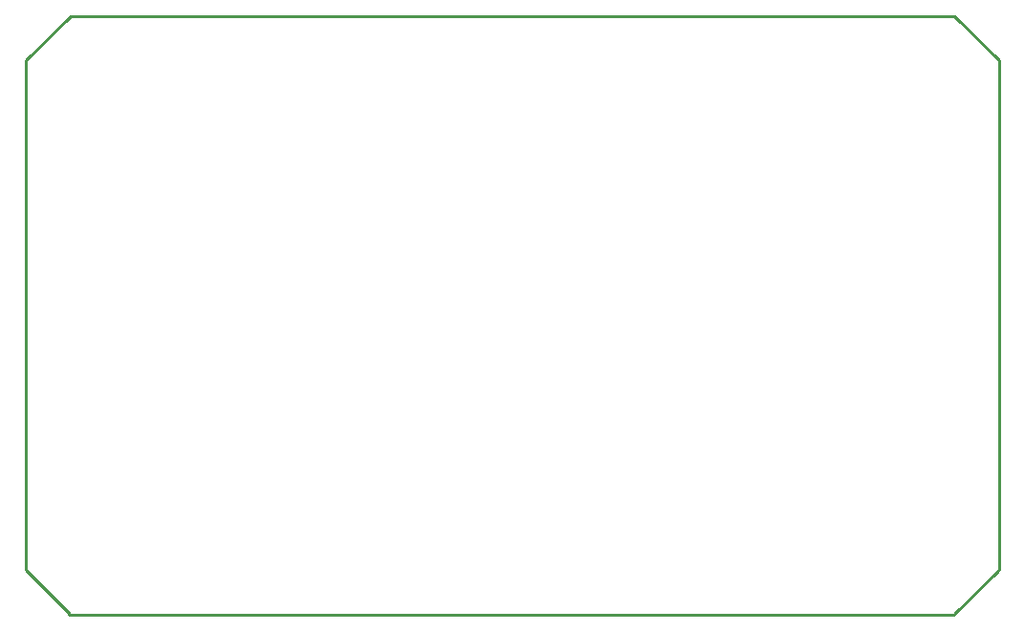
<source format=gko>
G04 Layer: BoardOutlineLayer*
G04 EasyEDA Pro v2.1.49.1, 2024-02-28 13:49:17*
G04 Gerber Generator version 0.3*
G04 Scale: 100 percent, Rotated: No, Reflected: No*
G04 Dimensions in millimeters*
G04 Leading zeros omitted, absolute positions, 3 integers and 5 decimals*
%FSLAX35Y35*%
%MOMM*%
%ADD10C,0.254*%
G75*


G04 PolygonModel Start*
G54D10*
G01X1104900Y7213600D02*
G01X8944638Y7213585D01*
G01X711200Y2300478D02*
G01X711200Y6819900D01*
G01X8936990Y1905000D02*
G01X1096010Y1905000D01*
G01X9334500Y6819900D02*
G01X9334500Y2298700D01*
G01X711200Y6824558D02*
G01X1104885Y7214420D01*
G01X8940292Y1906524D02*
G01X8941308Y1907540D01*
G01X8941308Y1907540D02*
G01X9333992Y2296414D01*
G01X8944638Y7213585D02*
G01X9334500Y6819900D01*
G01X711200Y2299970D02*
G01X1099566Y1907794D01*
G01X1101090Y1906270D01*
G01X1104900Y7213092D02*
G01X8944638Y7213077D01*
G04 PolygonModel End*

M02*

</source>
